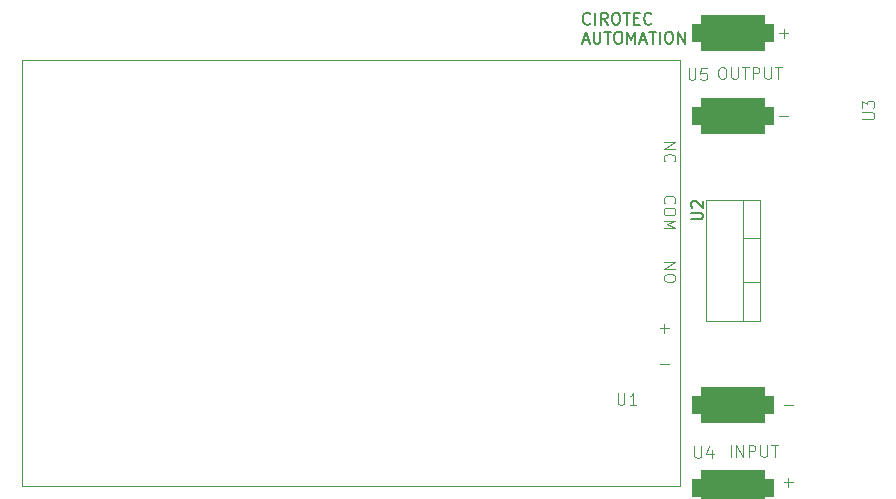
<source format=gbr>
G04 #@! TF.GenerationSoftware,KiCad,Pcbnew,8.0.0*
G04 #@! TF.CreationDate,2024-06-05T07:53:31-07:00*
G04 #@! TF.ProjectId,sim_switch,73696d5f-7377-4697-9463-682e6b696361,rev?*
G04 #@! TF.SameCoordinates,Original*
G04 #@! TF.FileFunction,Legend,Top*
G04 #@! TF.FilePolarity,Positive*
%FSLAX46Y46*%
G04 Gerber Fmt 4.6, Leading zero omitted, Abs format (unit mm)*
G04 Created by KiCad (PCBNEW 8.0.0) date 2024-06-05 07:53:31*
%MOMM*%
%LPD*%
G01*
G04 APERTURE LIST*
G04 Aperture macros list*
%AMRoundRect*
0 Rectangle with rounded corners*
0 $1 Rounding radius*
0 $2 $3 $4 $5 $6 $7 $8 $9 X,Y pos of 4 corners*
0 Add a 4 corners polygon primitive as box body*
4,1,4,$2,$3,$4,$5,$6,$7,$8,$9,$2,$3,0*
0 Add four circle primitives for the rounded corners*
1,1,$1+$1,$2,$3*
1,1,$1+$1,$4,$5*
1,1,$1+$1,$6,$7*
1,1,$1+$1,$8,$9*
0 Add four rect primitives between the rounded corners*
20,1,$1+$1,$2,$3,$4,$5,0*
20,1,$1+$1,$4,$5,$6,$7,0*
20,1,$1+$1,$6,$7,$8,$9,0*
20,1,$1+$1,$8,$9,$2,$3,0*%
G04 Aperture macros list end*
%ADD10C,0.150000*%
%ADD11C,0.100000*%
%ADD12C,0.120000*%
%ADD13R,4.000000X8.000000*%
%ADD14O,3.100000X2.100000*%
%ADD15RoundRect,0.750000X-2.750000X-0.750000X2.750000X-0.750000X2.750000X0.750000X-2.750000X0.750000X0*%
%ADD16RoundRect,0.750000X2.750000X0.750000X-2.750000X0.750000X-2.750000X-0.750000X2.750000X-0.750000X0*%
%ADD17O,4.000000X2.500000*%
%ADD18C,4.000000*%
%ADD19R,2.000000X1.905000*%
%ADD20O,2.000000X1.905000*%
G04 APERTURE END LIST*
D10*
X141408207Y-56164636D02*
X141360588Y-56212256D01*
X141360588Y-56212256D02*
X141217731Y-56259875D01*
X141217731Y-56259875D02*
X141122493Y-56259875D01*
X141122493Y-56259875D02*
X140979636Y-56212256D01*
X140979636Y-56212256D02*
X140884398Y-56117017D01*
X140884398Y-56117017D02*
X140836779Y-56021779D01*
X140836779Y-56021779D02*
X140789160Y-55831303D01*
X140789160Y-55831303D02*
X140789160Y-55688446D01*
X140789160Y-55688446D02*
X140836779Y-55497970D01*
X140836779Y-55497970D02*
X140884398Y-55402732D01*
X140884398Y-55402732D02*
X140979636Y-55307494D01*
X140979636Y-55307494D02*
X141122493Y-55259875D01*
X141122493Y-55259875D02*
X141217731Y-55259875D01*
X141217731Y-55259875D02*
X141360588Y-55307494D01*
X141360588Y-55307494D02*
X141408207Y-55355113D01*
X141836779Y-56259875D02*
X141836779Y-55259875D01*
X142884397Y-56259875D02*
X142551064Y-55783684D01*
X142312969Y-56259875D02*
X142312969Y-55259875D01*
X142312969Y-55259875D02*
X142693921Y-55259875D01*
X142693921Y-55259875D02*
X142789159Y-55307494D01*
X142789159Y-55307494D02*
X142836778Y-55355113D01*
X142836778Y-55355113D02*
X142884397Y-55450351D01*
X142884397Y-55450351D02*
X142884397Y-55593208D01*
X142884397Y-55593208D02*
X142836778Y-55688446D01*
X142836778Y-55688446D02*
X142789159Y-55736065D01*
X142789159Y-55736065D02*
X142693921Y-55783684D01*
X142693921Y-55783684D02*
X142312969Y-55783684D01*
X143503445Y-55259875D02*
X143693921Y-55259875D01*
X143693921Y-55259875D02*
X143789159Y-55307494D01*
X143789159Y-55307494D02*
X143884397Y-55402732D01*
X143884397Y-55402732D02*
X143932016Y-55593208D01*
X143932016Y-55593208D02*
X143932016Y-55926541D01*
X143932016Y-55926541D02*
X143884397Y-56117017D01*
X143884397Y-56117017D02*
X143789159Y-56212256D01*
X143789159Y-56212256D02*
X143693921Y-56259875D01*
X143693921Y-56259875D02*
X143503445Y-56259875D01*
X143503445Y-56259875D02*
X143408207Y-56212256D01*
X143408207Y-56212256D02*
X143312969Y-56117017D01*
X143312969Y-56117017D02*
X143265350Y-55926541D01*
X143265350Y-55926541D02*
X143265350Y-55593208D01*
X143265350Y-55593208D02*
X143312969Y-55402732D01*
X143312969Y-55402732D02*
X143408207Y-55307494D01*
X143408207Y-55307494D02*
X143503445Y-55259875D01*
X144217731Y-55259875D02*
X144789159Y-55259875D01*
X144503445Y-56259875D02*
X144503445Y-55259875D01*
X145122493Y-55736065D02*
X145455826Y-55736065D01*
X145598683Y-56259875D02*
X145122493Y-56259875D01*
X145122493Y-56259875D02*
X145122493Y-55259875D01*
X145122493Y-55259875D02*
X145598683Y-55259875D01*
X146598683Y-56164636D02*
X146551064Y-56212256D01*
X146551064Y-56212256D02*
X146408207Y-56259875D01*
X146408207Y-56259875D02*
X146312969Y-56259875D01*
X146312969Y-56259875D02*
X146170112Y-56212256D01*
X146170112Y-56212256D02*
X146074874Y-56117017D01*
X146074874Y-56117017D02*
X146027255Y-56021779D01*
X146027255Y-56021779D02*
X145979636Y-55831303D01*
X145979636Y-55831303D02*
X145979636Y-55688446D01*
X145979636Y-55688446D02*
X146027255Y-55497970D01*
X146027255Y-55497970D02*
X146074874Y-55402732D01*
X146074874Y-55402732D02*
X146170112Y-55307494D01*
X146170112Y-55307494D02*
X146312969Y-55259875D01*
X146312969Y-55259875D02*
X146408207Y-55259875D01*
X146408207Y-55259875D02*
X146551064Y-55307494D01*
X146551064Y-55307494D02*
X146598683Y-55355113D01*
X140789160Y-57584104D02*
X141265350Y-57584104D01*
X140693922Y-57869819D02*
X141027255Y-56869819D01*
X141027255Y-56869819D02*
X141360588Y-57869819D01*
X141693922Y-56869819D02*
X141693922Y-57679342D01*
X141693922Y-57679342D02*
X141741541Y-57774580D01*
X141741541Y-57774580D02*
X141789160Y-57822200D01*
X141789160Y-57822200D02*
X141884398Y-57869819D01*
X141884398Y-57869819D02*
X142074874Y-57869819D01*
X142074874Y-57869819D02*
X142170112Y-57822200D01*
X142170112Y-57822200D02*
X142217731Y-57774580D01*
X142217731Y-57774580D02*
X142265350Y-57679342D01*
X142265350Y-57679342D02*
X142265350Y-56869819D01*
X142598684Y-56869819D02*
X143170112Y-56869819D01*
X142884398Y-57869819D02*
X142884398Y-56869819D01*
X143693922Y-56869819D02*
X143884398Y-56869819D01*
X143884398Y-56869819D02*
X143979636Y-56917438D01*
X143979636Y-56917438D02*
X144074874Y-57012676D01*
X144074874Y-57012676D02*
X144122493Y-57203152D01*
X144122493Y-57203152D02*
X144122493Y-57536485D01*
X144122493Y-57536485D02*
X144074874Y-57726961D01*
X144074874Y-57726961D02*
X143979636Y-57822200D01*
X143979636Y-57822200D02*
X143884398Y-57869819D01*
X143884398Y-57869819D02*
X143693922Y-57869819D01*
X143693922Y-57869819D02*
X143598684Y-57822200D01*
X143598684Y-57822200D02*
X143503446Y-57726961D01*
X143503446Y-57726961D02*
X143455827Y-57536485D01*
X143455827Y-57536485D02*
X143455827Y-57203152D01*
X143455827Y-57203152D02*
X143503446Y-57012676D01*
X143503446Y-57012676D02*
X143598684Y-56917438D01*
X143598684Y-56917438D02*
X143693922Y-56869819D01*
X144551065Y-57869819D02*
X144551065Y-56869819D01*
X144551065Y-56869819D02*
X144884398Y-57584104D01*
X144884398Y-57584104D02*
X145217731Y-56869819D01*
X145217731Y-56869819D02*
X145217731Y-57869819D01*
X145646303Y-57584104D02*
X146122493Y-57584104D01*
X145551065Y-57869819D02*
X145884398Y-56869819D01*
X145884398Y-56869819D02*
X146217731Y-57869819D01*
X146408208Y-56869819D02*
X146979636Y-56869819D01*
X146693922Y-57869819D02*
X146693922Y-56869819D01*
X147312970Y-57869819D02*
X147312970Y-56869819D01*
X147979636Y-56869819D02*
X148170112Y-56869819D01*
X148170112Y-56869819D02*
X148265350Y-56917438D01*
X148265350Y-56917438D02*
X148360588Y-57012676D01*
X148360588Y-57012676D02*
X148408207Y-57203152D01*
X148408207Y-57203152D02*
X148408207Y-57536485D01*
X148408207Y-57536485D02*
X148360588Y-57726961D01*
X148360588Y-57726961D02*
X148265350Y-57822200D01*
X148265350Y-57822200D02*
X148170112Y-57869819D01*
X148170112Y-57869819D02*
X147979636Y-57869819D01*
X147979636Y-57869819D02*
X147884398Y-57822200D01*
X147884398Y-57822200D02*
X147789160Y-57726961D01*
X147789160Y-57726961D02*
X147741541Y-57536485D01*
X147741541Y-57536485D02*
X147741541Y-57203152D01*
X147741541Y-57203152D02*
X147789160Y-57012676D01*
X147789160Y-57012676D02*
X147884398Y-56917438D01*
X147884398Y-56917438D02*
X147979636Y-56869819D01*
X148836779Y-57869819D02*
X148836779Y-56869819D01*
X148836779Y-56869819D02*
X149408207Y-57869819D01*
X149408207Y-57869819D02*
X149408207Y-56869819D01*
D11*
X153303884Y-92872419D02*
X153303884Y-91872419D01*
X153780074Y-92872419D02*
X153780074Y-91872419D01*
X153780074Y-91872419D02*
X154351502Y-92872419D01*
X154351502Y-92872419D02*
X154351502Y-91872419D01*
X154827693Y-92872419D02*
X154827693Y-91872419D01*
X154827693Y-91872419D02*
X155208645Y-91872419D01*
X155208645Y-91872419D02*
X155303883Y-91920038D01*
X155303883Y-91920038D02*
X155351502Y-91967657D01*
X155351502Y-91967657D02*
X155399121Y-92062895D01*
X155399121Y-92062895D02*
X155399121Y-92205752D01*
X155399121Y-92205752D02*
X155351502Y-92300990D01*
X155351502Y-92300990D02*
X155303883Y-92348609D01*
X155303883Y-92348609D02*
X155208645Y-92396228D01*
X155208645Y-92396228D02*
X154827693Y-92396228D01*
X155827693Y-91872419D02*
X155827693Y-92681942D01*
X155827693Y-92681942D02*
X155875312Y-92777180D01*
X155875312Y-92777180D02*
X155922931Y-92824800D01*
X155922931Y-92824800D02*
X156018169Y-92872419D01*
X156018169Y-92872419D02*
X156208645Y-92872419D01*
X156208645Y-92872419D02*
X156303883Y-92824800D01*
X156303883Y-92824800D02*
X156351502Y-92777180D01*
X156351502Y-92777180D02*
X156399121Y-92681942D01*
X156399121Y-92681942D02*
X156399121Y-91872419D01*
X156732455Y-91872419D02*
X157303883Y-91872419D01*
X157018169Y-92872419D02*
X157018169Y-91872419D01*
X152494360Y-59872419D02*
X152684836Y-59872419D01*
X152684836Y-59872419D02*
X152780074Y-59920038D01*
X152780074Y-59920038D02*
X152875312Y-60015276D01*
X152875312Y-60015276D02*
X152922931Y-60205752D01*
X152922931Y-60205752D02*
X152922931Y-60539085D01*
X152922931Y-60539085D02*
X152875312Y-60729561D01*
X152875312Y-60729561D02*
X152780074Y-60824800D01*
X152780074Y-60824800D02*
X152684836Y-60872419D01*
X152684836Y-60872419D02*
X152494360Y-60872419D01*
X152494360Y-60872419D02*
X152399122Y-60824800D01*
X152399122Y-60824800D02*
X152303884Y-60729561D01*
X152303884Y-60729561D02*
X152256265Y-60539085D01*
X152256265Y-60539085D02*
X152256265Y-60205752D01*
X152256265Y-60205752D02*
X152303884Y-60015276D01*
X152303884Y-60015276D02*
X152399122Y-59920038D01*
X152399122Y-59920038D02*
X152494360Y-59872419D01*
X153351503Y-59872419D02*
X153351503Y-60681942D01*
X153351503Y-60681942D02*
X153399122Y-60777180D01*
X153399122Y-60777180D02*
X153446741Y-60824800D01*
X153446741Y-60824800D02*
X153541979Y-60872419D01*
X153541979Y-60872419D02*
X153732455Y-60872419D01*
X153732455Y-60872419D02*
X153827693Y-60824800D01*
X153827693Y-60824800D02*
X153875312Y-60777180D01*
X153875312Y-60777180D02*
X153922931Y-60681942D01*
X153922931Y-60681942D02*
X153922931Y-59872419D01*
X154256265Y-59872419D02*
X154827693Y-59872419D01*
X154541979Y-60872419D02*
X154541979Y-59872419D01*
X155161027Y-60872419D02*
X155161027Y-59872419D01*
X155161027Y-59872419D02*
X155541979Y-59872419D01*
X155541979Y-59872419D02*
X155637217Y-59920038D01*
X155637217Y-59920038D02*
X155684836Y-59967657D01*
X155684836Y-59967657D02*
X155732455Y-60062895D01*
X155732455Y-60062895D02*
X155732455Y-60205752D01*
X155732455Y-60205752D02*
X155684836Y-60300990D01*
X155684836Y-60300990D02*
X155637217Y-60348609D01*
X155637217Y-60348609D02*
X155541979Y-60396228D01*
X155541979Y-60396228D02*
X155161027Y-60396228D01*
X156161027Y-59872419D02*
X156161027Y-60681942D01*
X156161027Y-60681942D02*
X156208646Y-60777180D01*
X156208646Y-60777180D02*
X156256265Y-60824800D01*
X156256265Y-60824800D02*
X156351503Y-60872419D01*
X156351503Y-60872419D02*
X156541979Y-60872419D01*
X156541979Y-60872419D02*
X156637217Y-60824800D01*
X156637217Y-60824800D02*
X156684836Y-60777180D01*
X156684836Y-60777180D02*
X156732455Y-60681942D01*
X156732455Y-60681942D02*
X156732455Y-59872419D01*
X157065789Y-59872419D02*
X157637217Y-59872419D01*
X157351503Y-60872419D02*
X157351503Y-59872419D01*
X164457419Y-64261904D02*
X165266942Y-64261904D01*
X165266942Y-64261904D02*
X165362180Y-64214285D01*
X165362180Y-64214285D02*
X165409800Y-64166666D01*
X165409800Y-64166666D02*
X165457419Y-64071428D01*
X165457419Y-64071428D02*
X165457419Y-63880952D01*
X165457419Y-63880952D02*
X165409800Y-63785714D01*
X165409800Y-63785714D02*
X165362180Y-63738095D01*
X165362180Y-63738095D02*
X165266942Y-63690476D01*
X165266942Y-63690476D02*
X164457419Y-63690476D01*
X164457419Y-63309523D02*
X164457419Y-62690476D01*
X164457419Y-62690476D02*
X164838371Y-63023809D01*
X164838371Y-63023809D02*
X164838371Y-62880952D01*
X164838371Y-62880952D02*
X164885990Y-62785714D01*
X164885990Y-62785714D02*
X164933609Y-62738095D01*
X164933609Y-62738095D02*
X165028847Y-62690476D01*
X165028847Y-62690476D02*
X165266942Y-62690476D01*
X165266942Y-62690476D02*
X165362180Y-62738095D01*
X165362180Y-62738095D02*
X165409800Y-62785714D01*
X165409800Y-62785714D02*
X165457419Y-62880952D01*
X165457419Y-62880952D02*
X165457419Y-63166666D01*
X165457419Y-63166666D02*
X165409800Y-63261904D01*
X165409800Y-63261904D02*
X165362180Y-63309523D01*
X150238095Y-91957419D02*
X150238095Y-92766942D01*
X150238095Y-92766942D02*
X150285714Y-92862180D01*
X150285714Y-92862180D02*
X150333333Y-92909800D01*
X150333333Y-92909800D02*
X150428571Y-92957419D01*
X150428571Y-92957419D02*
X150619047Y-92957419D01*
X150619047Y-92957419D02*
X150714285Y-92909800D01*
X150714285Y-92909800D02*
X150761904Y-92862180D01*
X150761904Y-92862180D02*
X150809523Y-92766942D01*
X150809523Y-92766942D02*
X150809523Y-91957419D01*
X151714285Y-92290752D02*
X151714285Y-92957419D01*
X151476190Y-91909800D02*
X151238095Y-92624085D01*
X151238095Y-92624085D02*
X151857142Y-92624085D01*
X157803884Y-88491466D02*
X158565789Y-88491466D01*
X157803884Y-94991466D02*
X158565789Y-94991466D01*
X158184836Y-95372419D02*
X158184836Y-94610514D01*
X149738095Y-59957419D02*
X149738095Y-60766942D01*
X149738095Y-60766942D02*
X149785714Y-60862180D01*
X149785714Y-60862180D02*
X149833333Y-60909800D01*
X149833333Y-60909800D02*
X149928571Y-60957419D01*
X149928571Y-60957419D02*
X150119047Y-60957419D01*
X150119047Y-60957419D02*
X150214285Y-60909800D01*
X150214285Y-60909800D02*
X150261904Y-60862180D01*
X150261904Y-60862180D02*
X150309523Y-60766942D01*
X150309523Y-60766942D02*
X150309523Y-59957419D01*
X151261904Y-59957419D02*
X150785714Y-59957419D01*
X150785714Y-59957419D02*
X150738095Y-60433609D01*
X150738095Y-60433609D02*
X150785714Y-60385990D01*
X150785714Y-60385990D02*
X150880952Y-60338371D01*
X150880952Y-60338371D02*
X151119047Y-60338371D01*
X151119047Y-60338371D02*
X151214285Y-60385990D01*
X151214285Y-60385990D02*
X151261904Y-60433609D01*
X151261904Y-60433609D02*
X151309523Y-60528847D01*
X151309523Y-60528847D02*
X151309523Y-60766942D01*
X151309523Y-60766942D02*
X151261904Y-60862180D01*
X151261904Y-60862180D02*
X151214285Y-60909800D01*
X151214285Y-60909800D02*
X151119047Y-60957419D01*
X151119047Y-60957419D02*
X150880952Y-60957419D01*
X150880952Y-60957419D02*
X150785714Y-60909800D01*
X150785714Y-60909800D02*
X150738095Y-60862180D01*
X158196115Y-57008533D02*
X157434211Y-57008533D01*
X157815163Y-56627580D02*
X157815163Y-57389485D01*
X158196115Y-64008533D02*
X157434211Y-64008533D01*
X143738095Y-87457419D02*
X143738095Y-88266942D01*
X143738095Y-88266942D02*
X143785714Y-88362180D01*
X143785714Y-88362180D02*
X143833333Y-88409800D01*
X143833333Y-88409800D02*
X143928571Y-88457419D01*
X143928571Y-88457419D02*
X144119047Y-88457419D01*
X144119047Y-88457419D02*
X144214285Y-88409800D01*
X144214285Y-88409800D02*
X144261904Y-88362180D01*
X144261904Y-88362180D02*
X144309523Y-88266942D01*
X144309523Y-88266942D02*
X144309523Y-87457419D01*
X145309523Y-88457419D02*
X144738095Y-88457419D01*
X145023809Y-88457419D02*
X145023809Y-87457419D01*
X145023809Y-87457419D02*
X144928571Y-87600276D01*
X144928571Y-87600276D02*
X144833333Y-87695514D01*
X144833333Y-87695514D02*
X144738095Y-87743133D01*
X147627580Y-66231884D02*
X148627580Y-66231884D01*
X148627580Y-66231884D02*
X147627580Y-66803312D01*
X147627580Y-66803312D02*
X148627580Y-66803312D01*
X147722819Y-67850931D02*
X147675200Y-67803312D01*
X147675200Y-67803312D02*
X147627580Y-67660455D01*
X147627580Y-67660455D02*
X147627580Y-67565217D01*
X147627580Y-67565217D02*
X147675200Y-67422360D01*
X147675200Y-67422360D02*
X147770438Y-67327122D01*
X147770438Y-67327122D02*
X147865676Y-67279503D01*
X147865676Y-67279503D02*
X148056152Y-67231884D01*
X148056152Y-67231884D02*
X148199009Y-67231884D01*
X148199009Y-67231884D02*
X148389485Y-67279503D01*
X148389485Y-67279503D02*
X148484723Y-67327122D01*
X148484723Y-67327122D02*
X148579961Y-67422360D01*
X148579961Y-67422360D02*
X148627580Y-67565217D01*
X148627580Y-67565217D02*
X148627580Y-67660455D01*
X148627580Y-67660455D02*
X148579961Y-67803312D01*
X148579961Y-67803312D02*
X148532342Y-67850931D01*
X147303884Y-81991466D02*
X148065789Y-81991466D01*
X147684836Y-82372419D02*
X147684836Y-81610514D01*
X147722819Y-71375312D02*
X147675200Y-71327693D01*
X147675200Y-71327693D02*
X147627580Y-71184836D01*
X147627580Y-71184836D02*
X147627580Y-71089598D01*
X147627580Y-71089598D02*
X147675200Y-70946741D01*
X147675200Y-70946741D02*
X147770438Y-70851503D01*
X147770438Y-70851503D02*
X147865676Y-70803884D01*
X147865676Y-70803884D02*
X148056152Y-70756265D01*
X148056152Y-70756265D02*
X148199009Y-70756265D01*
X148199009Y-70756265D02*
X148389485Y-70803884D01*
X148389485Y-70803884D02*
X148484723Y-70851503D01*
X148484723Y-70851503D02*
X148579961Y-70946741D01*
X148579961Y-70946741D02*
X148627580Y-71089598D01*
X148627580Y-71089598D02*
X148627580Y-71184836D01*
X148627580Y-71184836D02*
X148579961Y-71327693D01*
X148579961Y-71327693D02*
X148532342Y-71375312D01*
X148627580Y-71994360D02*
X148627580Y-72184836D01*
X148627580Y-72184836D02*
X148579961Y-72280074D01*
X148579961Y-72280074D02*
X148484723Y-72375312D01*
X148484723Y-72375312D02*
X148294247Y-72422931D01*
X148294247Y-72422931D02*
X147960914Y-72422931D01*
X147960914Y-72422931D02*
X147770438Y-72375312D01*
X147770438Y-72375312D02*
X147675200Y-72280074D01*
X147675200Y-72280074D02*
X147627580Y-72184836D01*
X147627580Y-72184836D02*
X147627580Y-71994360D01*
X147627580Y-71994360D02*
X147675200Y-71899122D01*
X147675200Y-71899122D02*
X147770438Y-71803884D01*
X147770438Y-71803884D02*
X147960914Y-71756265D01*
X147960914Y-71756265D02*
X148294247Y-71756265D01*
X148294247Y-71756265D02*
X148484723Y-71803884D01*
X148484723Y-71803884D02*
X148579961Y-71899122D01*
X148579961Y-71899122D02*
X148627580Y-71994360D01*
X147627580Y-72851503D02*
X148627580Y-72851503D01*
X148627580Y-72851503D02*
X147913295Y-73184836D01*
X147913295Y-73184836D02*
X148627580Y-73518169D01*
X148627580Y-73518169D02*
X147627580Y-73518169D01*
X147627580Y-76391884D02*
X148627580Y-76391884D01*
X148627580Y-76391884D02*
X147627580Y-76963312D01*
X147627580Y-76963312D02*
X148627580Y-76963312D01*
X148627580Y-77629979D02*
X148627580Y-77820455D01*
X148627580Y-77820455D02*
X148579961Y-77915693D01*
X148579961Y-77915693D02*
X148484723Y-78010931D01*
X148484723Y-78010931D02*
X148294247Y-78058550D01*
X148294247Y-78058550D02*
X147960914Y-78058550D01*
X147960914Y-78058550D02*
X147770438Y-78010931D01*
X147770438Y-78010931D02*
X147675200Y-77915693D01*
X147675200Y-77915693D02*
X147627580Y-77820455D01*
X147627580Y-77820455D02*
X147627580Y-77629979D01*
X147627580Y-77629979D02*
X147675200Y-77534741D01*
X147675200Y-77534741D02*
X147770438Y-77439503D01*
X147770438Y-77439503D02*
X147960914Y-77391884D01*
X147960914Y-77391884D02*
X148294247Y-77391884D01*
X148294247Y-77391884D02*
X148484723Y-77439503D01*
X148484723Y-77439503D02*
X148579961Y-77534741D01*
X148579961Y-77534741D02*
X148627580Y-77629979D01*
X147303884Y-84991466D02*
X148065789Y-84991466D01*
D10*
X149954819Y-72761904D02*
X150764342Y-72761904D01*
X150764342Y-72761904D02*
X150859580Y-72714285D01*
X150859580Y-72714285D02*
X150907200Y-72666666D01*
X150907200Y-72666666D02*
X150954819Y-72571428D01*
X150954819Y-72571428D02*
X150954819Y-72380952D01*
X150954819Y-72380952D02*
X150907200Y-72285714D01*
X150907200Y-72285714D02*
X150859580Y-72238095D01*
X150859580Y-72238095D02*
X150764342Y-72190476D01*
X150764342Y-72190476D02*
X149954819Y-72190476D01*
X150050057Y-71761904D02*
X150002438Y-71714285D01*
X150002438Y-71714285D02*
X149954819Y-71619047D01*
X149954819Y-71619047D02*
X149954819Y-71380952D01*
X149954819Y-71380952D02*
X150002438Y-71285714D01*
X150002438Y-71285714D02*
X150050057Y-71238095D01*
X150050057Y-71238095D02*
X150145295Y-71190476D01*
X150145295Y-71190476D02*
X150240533Y-71190476D01*
X150240533Y-71190476D02*
X150383390Y-71238095D01*
X150383390Y-71238095D02*
X150954819Y-71809523D01*
X150954819Y-71809523D02*
X150954819Y-71190476D01*
D11*
X93296000Y-95366000D02*
X149000000Y-95366000D01*
X149000000Y-59236000D01*
X93296000Y-59236000D01*
X93296000Y-95366000D01*
D12*
X151184000Y-71080000D02*
X151184000Y-81320000D01*
X154315000Y-71080000D02*
X154315000Y-81320000D01*
X155825000Y-71080000D02*
X151184000Y-71080000D01*
X155825000Y-71080000D02*
X155825000Y-81320000D01*
X155825000Y-74350000D02*
X154315000Y-74350000D01*
X155825000Y-78051000D02*
X154315000Y-78051000D01*
X155825000Y-81320000D02*
X151184000Y-81320000D01*
%LPC*%
D13*
X162000000Y-66000000D03*
X162000000Y-88000000D03*
D14*
X165500000Y-57000000D03*
D15*
X153500000Y-88500000D03*
X153500000Y-95500000D03*
D16*
X153500000Y-64000000D03*
X153500000Y-57000000D03*
D17*
X145000000Y-85000000D03*
X145000000Y-82000000D03*
D18*
X145000000Y-77000000D03*
X145000000Y-72000000D03*
X145000000Y-67000000D03*
D19*
X152555000Y-73660000D03*
D20*
X152555000Y-76200000D03*
X152555000Y-78740000D03*
D14*
X165500000Y-95000000D03*
%LPD*%
M02*

</source>
